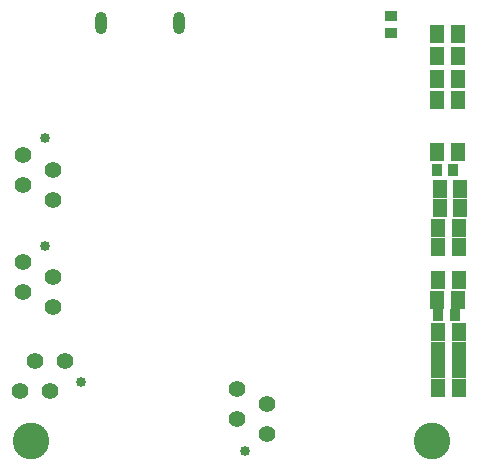
<source format=gbr>
%TF.GenerationSoftware,Altium Limited,Altium Designer,22.10.1 (41)*%
G04 Layer_Color=16711935*
%FSLAX45Y45*%
%MOMM*%
%TF.SameCoordinates,D05D0B53-96FE-4429-BDD9-0FAE6AB67A8C*%
%TF.FilePolarity,Negative*%
%TF.FileFunction,Soldermask,Bot*%
%TF.Part,Single*%
G01*
G75*
%TA.AperFunction,ConnectorPad*%
%ADD59R,1.25000X1.57000*%
%TA.AperFunction,SMDPad,CuDef*%
%ADD60R,1.09000X0.91000*%
%ADD61R,0.91000X1.09000*%
%TA.AperFunction,ComponentPad*%
%ADD62C,1.40000*%
%ADD63C,0.85000*%
%TA.AperFunction,WasherPad*%
%ADD64C,3.10000*%
%TA.AperFunction,SMDPad,CuDef*%
%ADD65C,3.10000*%
%TA.AperFunction,ComponentPad*%
%ADD66O,1.00000X1.90000*%
D59*
X3920002Y3559998D02*
D03*
X3744001D02*
D03*
X3928002Y1949999D02*
D03*
X3752001D02*
D03*
X3928000Y750000D02*
D03*
X3752000D02*
D03*
X3752001Y910002D02*
D03*
X3928002D02*
D03*
X3752001Y1070000D02*
D03*
X3928002D02*
D03*
X3752001Y1230002D02*
D03*
X3928002D02*
D03*
X3742001Y1499999D02*
D03*
X3918002D02*
D03*
X3752001Y1669999D02*
D03*
X3928002D02*
D03*
X3752001Y2110001D02*
D03*
X3928002D02*
D03*
X3762001Y2279998D02*
D03*
X3938002D02*
D03*
X3762001Y2440000D02*
D03*
X3938002D02*
D03*
X3742001Y2750000D02*
D03*
X3918002D02*
D03*
X3744001Y3750000D02*
D03*
X3920002D02*
D03*
X3744001Y3190001D02*
D03*
X3920002D02*
D03*
X3744001Y3370001D02*
D03*
X3920002D02*
D03*
D60*
X3350000Y3762002D02*
D03*
Y3900000D02*
D03*
D61*
X3890000Y1370000D02*
D03*
X3752002D02*
D03*
X3877998Y2600000D02*
D03*
X3740000D02*
D03*
D62*
X2297498Y616500D02*
D03*
Y362500D02*
D03*
X2043498Y743500D02*
D03*
Y489500D02*
D03*
X491999Y2600000D02*
D03*
X237999Y2727000D02*
D03*
Y2473000D02*
D03*
X491999Y2346000D02*
D03*
X587500Y982500D02*
D03*
X333500D02*
D03*
X206500Y728500D02*
D03*
X460500D02*
D03*
X237999Y1817000D02*
D03*
X491999Y1690000D02*
D03*
X237999Y1563000D02*
D03*
X491999Y1436000D02*
D03*
D63*
X2117498Y222500D02*
D03*
X417999Y2867000D02*
D03*
X727500Y802500D02*
D03*
X417999Y1957000D02*
D03*
D64*
X299999Y299999D02*
D03*
X3699998D02*
D03*
D65*
X299999D02*
D03*
D66*
X894999Y3842502D02*
D03*
X1554998D02*
D03*
%TF.MD5,c583d3dd3eab8c78d49ef0f30eb1b7b6*%
M02*

</source>
